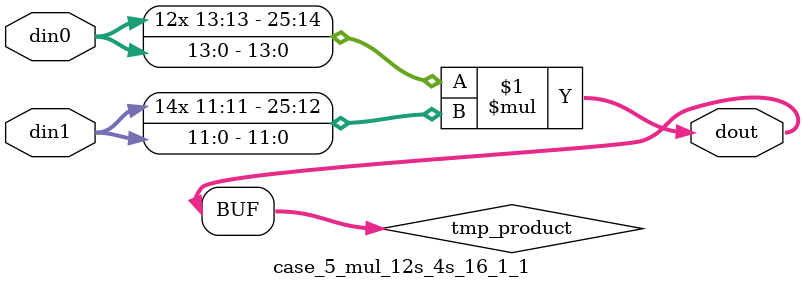
<source format=v>

`timescale 1 ns / 1 ps

 (* use_dsp = "no" *)  module case_5_mul_12s_4s_16_1_1(din0, din1, dout);
parameter ID = 1;
parameter NUM_STAGE = 0;
parameter din0_WIDTH = 14;
parameter din1_WIDTH = 12;
parameter dout_WIDTH = 26;

input [din0_WIDTH - 1 : 0] din0; 
input [din1_WIDTH - 1 : 0] din1; 
output [dout_WIDTH - 1 : 0] dout;

wire signed [dout_WIDTH - 1 : 0] tmp_product;



























assign tmp_product = $signed(din0) * $signed(din1);








assign dout = tmp_product;





















endmodule

</source>
